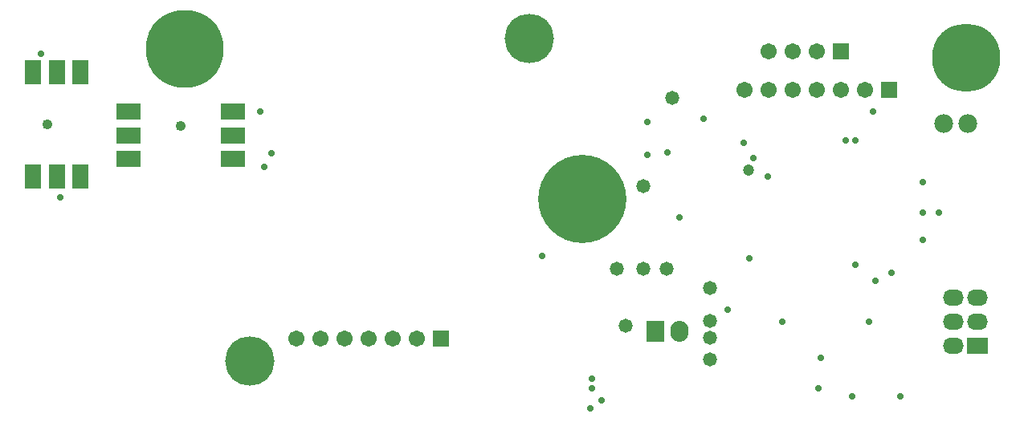
<source format=gbs>
G04*
G04 #@! TF.GenerationSoftware,Altium Limited,Altium Designer,21.0.9 (235)*
G04*
G04 Layer_Color=16711935*
%FSLAX25Y25*%
%MOIN*%
G70*
G04*
G04 #@! TF.SameCoordinates,B8C923A0-899F-4986-8B49-ABE338B4BB89*
G04*
G04*
G04 #@! TF.FilePolarity,Negative*
G04*
G01*
G75*
%ADD40C,0.04245*%
%ADD41O,0.08674X0.06706*%
%ADD42R,0.08674X0.06706*%
%ADD43C,0.07800*%
%ADD44C,0.06706*%
%ADD45R,0.06706X0.06706*%
%ADD46O,0.07493X0.08674*%
%ADD47R,0.07493X0.08674*%
%ADD48C,0.02769*%
%ADD49C,0.05800*%
%ADD50C,0.04737*%
%ADD51C,0.36627*%
%ADD52C,0.32296*%
%ADD53C,0.20485*%
%ADD54C,0.28359*%
%ADD79R,0.07099X0.09855*%
%ADD80R,0.09855X0.07099*%
D40*
X208063Y364000D02*
D03*
X263500Y363437D02*
D03*
D41*
X584000Y292000D02*
D03*
X594000D02*
D03*
X584000Y282000D02*
D03*
X594000D02*
D03*
X584000Y272000D02*
D03*
D42*
X594000D02*
D03*
D43*
X590000Y364500D02*
D03*
X580000D02*
D03*
D44*
X507500Y394500D02*
D03*
X517500D02*
D03*
X527500D02*
D03*
X311500Y275000D02*
D03*
X321500D02*
D03*
X331500D02*
D03*
X341500D02*
D03*
X361500D02*
D03*
X351500D02*
D03*
X497500Y378500D02*
D03*
X507500D02*
D03*
X517500D02*
D03*
X527500D02*
D03*
X547500D02*
D03*
X537500D02*
D03*
D45*
Y394500D02*
D03*
X371500Y275000D02*
D03*
X557500Y378500D02*
D03*
D46*
X470500Y278000D02*
D03*
D47*
X460500D02*
D03*
D48*
X413500Y309500D02*
D03*
X499500Y308500D02*
D03*
X501047Y350000D02*
D03*
X539500Y357500D02*
D03*
X507000Y342500D02*
D03*
X543500Y357500D02*
D03*
X543374Y305626D02*
D03*
X551801Y299199D02*
D03*
X434000Y254500D02*
D03*
X571500Y316000D02*
D03*
X480500Y366500D02*
D03*
X497000Y356500D02*
D03*
X571500Y340000D02*
D03*
X529000Y267000D02*
D03*
X513000Y282000D02*
D03*
X457000Y351500D02*
D03*
X470500Y325500D02*
D03*
X457000Y365000D02*
D03*
X298000Y346500D02*
D03*
X301000Y352000D02*
D03*
X213375Y333625D02*
D03*
X205500Y393500D02*
D03*
X296500Y369500D02*
D03*
X578000Y327500D02*
D03*
X571547D02*
D03*
X549000Y282000D02*
D03*
X562000Y251000D02*
D03*
X542000D02*
D03*
X528000Y254500D02*
D03*
X465500Y352500D02*
D03*
X438000Y249500D02*
D03*
X434000Y258500D02*
D03*
X433500Y246000D02*
D03*
X490500Y287000D02*
D03*
X550849Y369475D02*
D03*
X558500Y302500D02*
D03*
D49*
X483000Y296000D02*
D03*
X444500Y304000D02*
D03*
X455500D02*
D03*
X483000Y282531D02*
D03*
X455500Y338500D02*
D03*
X483000Y275500D02*
D03*
X448000Y280500D02*
D03*
X483000Y266500D02*
D03*
X467500Y375000D02*
D03*
X465000Y304000D02*
D03*
D50*
X499000Y345000D02*
D03*
D51*
X430000Y333000D02*
D03*
D52*
X265000Y395500D02*
D03*
D53*
X292142Y265831D02*
D03*
X408284Y399689D02*
D03*
D54*
X589386Y391815D02*
D03*
D79*
X221843Y342347D02*
D03*
X212000D02*
D03*
X202157D02*
D03*
Y385653D02*
D03*
X212000D02*
D03*
X221843D02*
D03*
D80*
X285154Y349658D02*
D03*
Y359500D02*
D03*
Y369342D02*
D03*
X241846D02*
D03*
Y359500D02*
D03*
Y349658D02*
D03*
M02*

</source>
